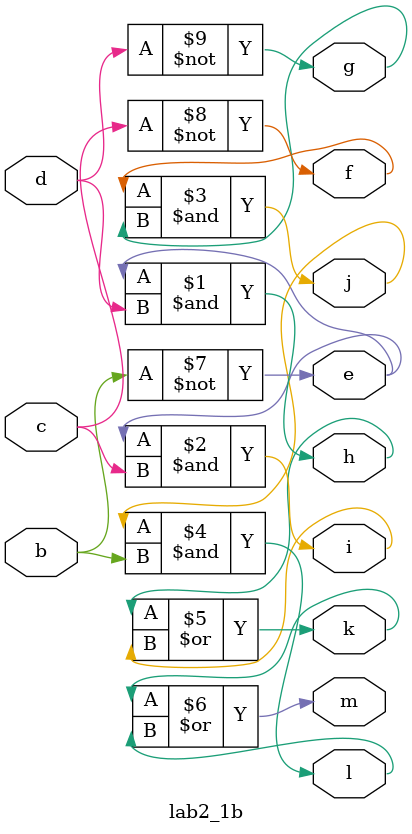
<source format=v>
module lab2_1b(b,c,d,e,f,g,h,i,j,k,l,m);
input b,c,d;
output e,f,g,h,i,j,k,l,m;
not(e,b);
not(f,c);
not(g,d);
and(h,e,d);
and(i,e,c);
and(j,f,g);
and(l,j,b);
or(k,h,i);
or(m,k,l);
endmodule


</source>
